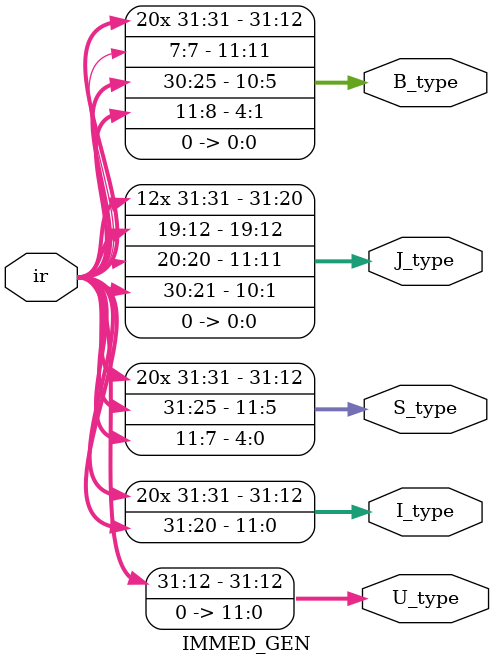
<source format=v>
`timescale 1ns / 1ps


module IMMED_GEN(ir, U_type, I_type, S_type, J_type, B_type);

    input [31:0] ir;
    output [31:0] U_type, I_type, S_type, J_type, B_type;

    assign I_type = {{21{ir[31]}}, ir[30:25], ir[24:20]};
    assign S_type = {{21{ir[31]}}, ir[30:25], ir[11:7]};
    assign B_type = {{20{ir[31]}}, ir[7], ir[30:25], ir[11:8], 1'b0};
    assign U_type = {ir[31:12], {12{1'b0}}};
    assign J_type = {{12{ir[31]}}, ir[19:12], ir[20], ir[30:21], 1'b0};

endmodule

</source>
